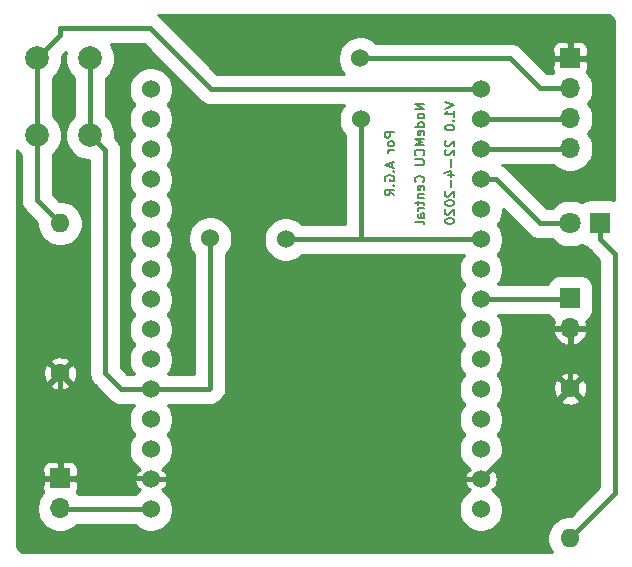
<source format=gbr>
G04 #@! TF.GenerationSoftware,KiCad,Pcbnew,5.1.5-52549c5~86~ubuntu18.04.1*
G04 #@! TF.CreationDate,2020-04-22T12:19:36+02:00*
G04 #@! TF.ProjectId,NODEMCU_PLACA_CENTRAL,4e4f4445-4d43-4555-9f50-4c4143415f43,rev?*
G04 #@! TF.SameCoordinates,Original*
G04 #@! TF.FileFunction,Copper,L2,Bot*
G04 #@! TF.FilePolarity,Positive*
%FSLAX46Y46*%
G04 Gerber Fmt 4.6, Leading zero omitted, Abs format (unit mm)*
G04 Created by KiCad (PCBNEW 5.1.5-52549c5~86~ubuntu18.04.1) date 2020-04-22 12:19:36*
%MOMM*%
%LPD*%
G04 APERTURE LIST*
%ADD10C,0.200000*%
%ADD11R,1.700000X1.700000*%
%ADD12O,1.700000X1.700000*%
%ADD13R,1.800000X1.800000*%
%ADD14C,1.800000*%
%ADD15O,1.600000X1.600000*%
%ADD16C,1.600000*%
%ADD17C,2.000000*%
%ADD18C,1.524000*%
%ADD19C,0.400000*%
%ADD20C,0.254000*%
G04 APERTURE END LIST*
D10*
X153231904Y-90069047D02*
X154031904Y-90335714D01*
X153231904Y-90602380D01*
X154031904Y-91288095D02*
X154031904Y-90830952D01*
X154031904Y-91059523D02*
X153231904Y-91059523D01*
X153346190Y-90983333D01*
X153422380Y-90907142D01*
X153460476Y-90830952D01*
X153955714Y-91630952D02*
X153993809Y-91669047D01*
X154031904Y-91630952D01*
X153993809Y-91592857D01*
X153955714Y-91630952D01*
X154031904Y-91630952D01*
X153231904Y-92164285D02*
X153231904Y-92240476D01*
X153270000Y-92316666D01*
X153308095Y-92354761D01*
X153384285Y-92392857D01*
X153536666Y-92430952D01*
X153727142Y-92430952D01*
X153879523Y-92392857D01*
X153955714Y-92354761D01*
X153993809Y-92316666D01*
X154031904Y-92240476D01*
X154031904Y-92164285D01*
X153993809Y-92088095D01*
X153955714Y-92050000D01*
X153879523Y-92011904D01*
X153727142Y-91973809D01*
X153536666Y-91973809D01*
X153384285Y-92011904D01*
X153308095Y-92050000D01*
X153270000Y-92088095D01*
X153231904Y-92164285D01*
X153308095Y-93345238D02*
X153270000Y-93383333D01*
X153231904Y-93459523D01*
X153231904Y-93650000D01*
X153270000Y-93726190D01*
X153308095Y-93764285D01*
X153384285Y-93802380D01*
X153460476Y-93802380D01*
X153574761Y-93764285D01*
X154031904Y-93307142D01*
X154031904Y-93802380D01*
X153308095Y-94107142D02*
X153270000Y-94145238D01*
X153231904Y-94221428D01*
X153231904Y-94411904D01*
X153270000Y-94488095D01*
X153308095Y-94526190D01*
X153384285Y-94564285D01*
X153460476Y-94564285D01*
X153574761Y-94526190D01*
X154031904Y-94069047D01*
X154031904Y-94564285D01*
X153727142Y-94907142D02*
X153727142Y-95516666D01*
X153498571Y-96240476D02*
X154031904Y-96240476D01*
X153193809Y-96050000D02*
X153765238Y-95859523D01*
X153765238Y-96354761D01*
X153727142Y-96659523D02*
X153727142Y-97269047D01*
X153308095Y-97611904D02*
X153270000Y-97650000D01*
X153231904Y-97726190D01*
X153231904Y-97916666D01*
X153270000Y-97992857D01*
X153308095Y-98030952D01*
X153384285Y-98069047D01*
X153460476Y-98069047D01*
X153574761Y-98030952D01*
X154031904Y-97573809D01*
X154031904Y-98069047D01*
X153231904Y-98564285D02*
X153231904Y-98640476D01*
X153270000Y-98716666D01*
X153308095Y-98754761D01*
X153384285Y-98792857D01*
X153536666Y-98830952D01*
X153727142Y-98830952D01*
X153879523Y-98792857D01*
X153955714Y-98754761D01*
X153993809Y-98716666D01*
X154031904Y-98640476D01*
X154031904Y-98564285D01*
X153993809Y-98488095D01*
X153955714Y-98450000D01*
X153879523Y-98411904D01*
X153727142Y-98373809D01*
X153536666Y-98373809D01*
X153384285Y-98411904D01*
X153308095Y-98450000D01*
X153270000Y-98488095D01*
X153231904Y-98564285D01*
X153308095Y-99135714D02*
X153270000Y-99173809D01*
X153231904Y-99250000D01*
X153231904Y-99440476D01*
X153270000Y-99516666D01*
X153308095Y-99554761D01*
X153384285Y-99592857D01*
X153460476Y-99592857D01*
X153574761Y-99554761D01*
X154031904Y-99097619D01*
X154031904Y-99592857D01*
X153231904Y-100088095D02*
X153231904Y-100164285D01*
X153270000Y-100240476D01*
X153308095Y-100278571D01*
X153384285Y-100316666D01*
X153536666Y-100354761D01*
X153727142Y-100354761D01*
X153879523Y-100316666D01*
X153955714Y-100278571D01*
X153993809Y-100240476D01*
X154031904Y-100164285D01*
X154031904Y-100088095D01*
X153993809Y-100011904D01*
X153955714Y-99973809D01*
X153879523Y-99935714D01*
X153727142Y-99897619D01*
X153536666Y-99897619D01*
X153384285Y-99935714D01*
X153308095Y-99973809D01*
X153270000Y-100011904D01*
X153231904Y-100088095D01*
X151491904Y-90221428D02*
X150691904Y-90221428D01*
X151491904Y-90678571D01*
X150691904Y-90678571D01*
X151491904Y-91173809D02*
X151453809Y-91097619D01*
X151415714Y-91059523D01*
X151339523Y-91021428D01*
X151110952Y-91021428D01*
X151034761Y-91059523D01*
X150996666Y-91097619D01*
X150958571Y-91173809D01*
X150958571Y-91288095D01*
X150996666Y-91364285D01*
X151034761Y-91402380D01*
X151110952Y-91440476D01*
X151339523Y-91440476D01*
X151415714Y-91402380D01*
X151453809Y-91364285D01*
X151491904Y-91288095D01*
X151491904Y-91173809D01*
X151491904Y-92126190D02*
X150691904Y-92126190D01*
X151453809Y-92126190D02*
X151491904Y-92050000D01*
X151491904Y-91897619D01*
X151453809Y-91821428D01*
X151415714Y-91783333D01*
X151339523Y-91745238D01*
X151110952Y-91745238D01*
X151034761Y-91783333D01*
X150996666Y-91821428D01*
X150958571Y-91897619D01*
X150958571Y-92050000D01*
X150996666Y-92126190D01*
X151453809Y-92811904D02*
X151491904Y-92735714D01*
X151491904Y-92583333D01*
X151453809Y-92507142D01*
X151377619Y-92469047D01*
X151072857Y-92469047D01*
X150996666Y-92507142D01*
X150958571Y-92583333D01*
X150958571Y-92735714D01*
X150996666Y-92811904D01*
X151072857Y-92850000D01*
X151149047Y-92850000D01*
X151225238Y-92469047D01*
X151491904Y-93192857D02*
X150691904Y-93192857D01*
X151263333Y-93459523D01*
X150691904Y-93726190D01*
X151491904Y-93726190D01*
X151415714Y-94564285D02*
X151453809Y-94526190D01*
X151491904Y-94411904D01*
X151491904Y-94335714D01*
X151453809Y-94221428D01*
X151377619Y-94145238D01*
X151301428Y-94107142D01*
X151149047Y-94069047D01*
X151034761Y-94069047D01*
X150882380Y-94107142D01*
X150806190Y-94145238D01*
X150730000Y-94221428D01*
X150691904Y-94335714D01*
X150691904Y-94411904D01*
X150730000Y-94526190D01*
X150768095Y-94564285D01*
X150691904Y-94907142D02*
X151339523Y-94907142D01*
X151415714Y-94945238D01*
X151453809Y-94983333D01*
X151491904Y-95059523D01*
X151491904Y-95211904D01*
X151453809Y-95288095D01*
X151415714Y-95326190D01*
X151339523Y-95364285D01*
X150691904Y-95364285D01*
X151415714Y-96811904D02*
X151453809Y-96773809D01*
X151491904Y-96659523D01*
X151491904Y-96583333D01*
X151453809Y-96469047D01*
X151377619Y-96392857D01*
X151301428Y-96354761D01*
X151149047Y-96316666D01*
X151034761Y-96316666D01*
X150882380Y-96354761D01*
X150806190Y-96392857D01*
X150730000Y-96469047D01*
X150691904Y-96583333D01*
X150691904Y-96659523D01*
X150730000Y-96773809D01*
X150768095Y-96811904D01*
X151453809Y-97459523D02*
X151491904Y-97383333D01*
X151491904Y-97230952D01*
X151453809Y-97154761D01*
X151377619Y-97116666D01*
X151072857Y-97116666D01*
X150996666Y-97154761D01*
X150958571Y-97230952D01*
X150958571Y-97383333D01*
X150996666Y-97459523D01*
X151072857Y-97497619D01*
X151149047Y-97497619D01*
X151225238Y-97116666D01*
X150958571Y-97840476D02*
X151491904Y-97840476D01*
X151034761Y-97840476D02*
X150996666Y-97878571D01*
X150958571Y-97954761D01*
X150958571Y-98069047D01*
X150996666Y-98145238D01*
X151072857Y-98183333D01*
X151491904Y-98183333D01*
X150958571Y-98450000D02*
X150958571Y-98754761D01*
X150691904Y-98564285D02*
X151377619Y-98564285D01*
X151453809Y-98602380D01*
X151491904Y-98678571D01*
X151491904Y-98754761D01*
X151491904Y-99021428D02*
X150958571Y-99021428D01*
X151110952Y-99021428D02*
X151034761Y-99059523D01*
X150996666Y-99097619D01*
X150958571Y-99173809D01*
X150958571Y-99250000D01*
X151491904Y-99859523D02*
X151072857Y-99859523D01*
X150996666Y-99821428D01*
X150958571Y-99745238D01*
X150958571Y-99592857D01*
X150996666Y-99516666D01*
X151453809Y-99859523D02*
X151491904Y-99783333D01*
X151491904Y-99592857D01*
X151453809Y-99516666D01*
X151377619Y-99478571D01*
X151301428Y-99478571D01*
X151225238Y-99516666D01*
X151187142Y-99592857D01*
X151187142Y-99783333D01*
X151149047Y-99859523D01*
X151491904Y-100354761D02*
X151453809Y-100278571D01*
X151377619Y-100240476D01*
X150691904Y-100240476D01*
X148951904Y-92602380D02*
X148151904Y-92602380D01*
X148151904Y-92907142D01*
X148190000Y-92983333D01*
X148228095Y-93021428D01*
X148304285Y-93059523D01*
X148418571Y-93059523D01*
X148494761Y-93021428D01*
X148532857Y-92983333D01*
X148570952Y-92907142D01*
X148570952Y-92602380D01*
X148951904Y-93516666D02*
X148913809Y-93440476D01*
X148875714Y-93402380D01*
X148799523Y-93364285D01*
X148570952Y-93364285D01*
X148494761Y-93402380D01*
X148456666Y-93440476D01*
X148418571Y-93516666D01*
X148418571Y-93630952D01*
X148456666Y-93707142D01*
X148494761Y-93745238D01*
X148570952Y-93783333D01*
X148799523Y-93783333D01*
X148875714Y-93745238D01*
X148913809Y-93707142D01*
X148951904Y-93630952D01*
X148951904Y-93516666D01*
X148951904Y-94126190D02*
X148418571Y-94126190D01*
X148570952Y-94126190D02*
X148494761Y-94164285D01*
X148456666Y-94202380D01*
X148418571Y-94278571D01*
X148418571Y-94354761D01*
X148723333Y-95192857D02*
X148723333Y-95573809D01*
X148951904Y-95116666D02*
X148151904Y-95383333D01*
X148951904Y-95650000D01*
X148875714Y-95916666D02*
X148913809Y-95954761D01*
X148951904Y-95916666D01*
X148913809Y-95878571D01*
X148875714Y-95916666D01*
X148951904Y-95916666D01*
X148190000Y-96716666D02*
X148151904Y-96640476D01*
X148151904Y-96526190D01*
X148190000Y-96411904D01*
X148266190Y-96335714D01*
X148342380Y-96297619D01*
X148494761Y-96259523D01*
X148609047Y-96259523D01*
X148761428Y-96297619D01*
X148837619Y-96335714D01*
X148913809Y-96411904D01*
X148951904Y-96526190D01*
X148951904Y-96602380D01*
X148913809Y-96716666D01*
X148875714Y-96754761D01*
X148609047Y-96754761D01*
X148609047Y-96602380D01*
X148875714Y-97097619D02*
X148913809Y-97135714D01*
X148951904Y-97097619D01*
X148913809Y-97059523D01*
X148875714Y-97097619D01*
X148951904Y-97097619D01*
X148951904Y-97935714D02*
X148570952Y-97669047D01*
X148951904Y-97478571D02*
X148151904Y-97478571D01*
X148151904Y-97783333D01*
X148190000Y-97859523D01*
X148228095Y-97897619D01*
X148304285Y-97935714D01*
X148418571Y-97935714D01*
X148494761Y-97897619D01*
X148532857Y-97859523D01*
X148570952Y-97783333D01*
X148570952Y-97478571D01*
D11*
X163830000Y-106680000D03*
D12*
X163830000Y-109220000D03*
D13*
X166370000Y-100330000D03*
D14*
X163830000Y-100330000D03*
D12*
X120650000Y-124460000D03*
D11*
X120650000Y-121920000D03*
X163830000Y-86360000D03*
D12*
X163830000Y-88900000D03*
X163830000Y-91440000D03*
X163830000Y-93980000D03*
D15*
X163830000Y-127000000D03*
D16*
X163830000Y-114300000D03*
X120650000Y-113030000D03*
D15*
X120650000Y-100330000D03*
D17*
X118690000Y-86360000D03*
X123190000Y-86360000D03*
X118690000Y-92860000D03*
X123190000Y-92860000D03*
D18*
X128345001Y-88975001D03*
X128345001Y-91515001D03*
X128345001Y-94055001D03*
X128345001Y-96595001D03*
X128345001Y-99135001D03*
X128345001Y-101675001D03*
X128345001Y-104215001D03*
X128345001Y-106755001D03*
X128345001Y-109295001D03*
X128345001Y-111835001D03*
X128345001Y-114375001D03*
X128345001Y-116915001D03*
X128345001Y-119455001D03*
X128345001Y-121995001D03*
X128345001Y-124535001D03*
X156285001Y-124535001D03*
X156285001Y-121995001D03*
X156285001Y-119455001D03*
X156285001Y-116915001D03*
X156285001Y-114375001D03*
X156285001Y-111835001D03*
X156285001Y-109295001D03*
X156285001Y-106755001D03*
X156285001Y-104215001D03*
X156285001Y-101675001D03*
X156285001Y-99135001D03*
X156285001Y-96595001D03*
X156285001Y-94055001D03*
X156285001Y-91515001D03*
X156285001Y-88975001D03*
X135890000Y-86360000D03*
X135814999Y-91515001D03*
X133350000Y-101600000D03*
X139775001Y-101675001D03*
X146125001Y-91515001D03*
X146050000Y-86360000D03*
D19*
X163754999Y-106755001D02*
X163830000Y-106680000D01*
X156285001Y-106755001D02*
X163754999Y-106755001D01*
X120650000Y-113030000D02*
X120650000Y-121920000D01*
X128270000Y-121920000D02*
X128345001Y-121995001D01*
X120650000Y-121920000D02*
X128270000Y-121920000D01*
X163830000Y-114450002D02*
X163830000Y-114300000D01*
X156285001Y-121995001D02*
X163830000Y-114450002D01*
X163830000Y-109220000D02*
X163830000Y-114300000D01*
X163830000Y-86360000D02*
X163830000Y-83820000D01*
X163830000Y-83820000D02*
X135890000Y-83820000D01*
X135890000Y-83820000D02*
X135890000Y-86360000D01*
X135890000Y-86360000D02*
X135890000Y-86360000D01*
X135814999Y-121995001D02*
X135814999Y-91515001D01*
X135814999Y-121995001D02*
X156285001Y-121995001D01*
X128345001Y-121995001D02*
X135814999Y-121995001D01*
X135814999Y-91515001D02*
X135814999Y-91515001D01*
X166370000Y-101630000D02*
X167640000Y-102900000D01*
X166370000Y-100330000D02*
X166370000Y-101630000D01*
X167640000Y-123190000D02*
X163830000Y-127000000D01*
X167640000Y-102900000D02*
X167640000Y-123190000D01*
X156285001Y-96595001D02*
X157555001Y-96595001D01*
X161290000Y-100330000D02*
X163830000Y-100330000D01*
X157555001Y-96595001D02*
X161290000Y-100330000D01*
X120725001Y-124535001D02*
X120650000Y-124460000D01*
X128345001Y-124535001D02*
X120725001Y-124535001D01*
X128345001Y-114375001D02*
X125805001Y-114375001D01*
X125805001Y-114375001D02*
X124460000Y-113030000D01*
X124460000Y-94130000D02*
X123190000Y-92860000D01*
X124460000Y-113030000D02*
X124460000Y-94130000D01*
X123190000Y-86360000D02*
X123190000Y-92860000D01*
X128345001Y-114375001D02*
X133274999Y-114375001D01*
X133274999Y-114375001D02*
X133350000Y-114300000D01*
X133350000Y-114300000D02*
X133350000Y-101600000D01*
X133350000Y-101600000D02*
X133350000Y-101600000D01*
X139775001Y-101675001D02*
X139775001Y-101675001D01*
X146125001Y-101675001D02*
X146125001Y-91515001D01*
X146125001Y-101675001D02*
X139775001Y-101675001D01*
X156285001Y-101675001D02*
X146125001Y-101675001D01*
X146125001Y-91515001D02*
X146125001Y-91515001D01*
X163830000Y-88900000D02*
X161290000Y-88900000D01*
X161290000Y-88900000D02*
X158750000Y-86360000D01*
X158750000Y-86360000D02*
X146050000Y-86360000D01*
X146050000Y-86360000D02*
X146050000Y-86360000D01*
X163754999Y-91515001D02*
X163830000Y-91440000D01*
X156285001Y-91515001D02*
X163754999Y-91515001D01*
X163754999Y-94055001D02*
X163830000Y-93980000D01*
X156285001Y-94055001D02*
X163754999Y-94055001D01*
X120650000Y-83820000D02*
X120650000Y-84400000D01*
X128270000Y-83820000D02*
X120650000Y-83820000D01*
X156285001Y-88975001D02*
X133425001Y-88975001D01*
X120650000Y-84400000D02*
X118690000Y-86360000D01*
X133425001Y-88975001D02*
X128270000Y-83820000D01*
X118690000Y-86360000D02*
X118690000Y-92860000D01*
X118690000Y-98370000D02*
X120650000Y-100330000D01*
X118690000Y-92860000D02*
X118690000Y-98370000D01*
D20*
G36*
X132440580Y-89867241D02*
G01*
X132482131Y-89917871D01*
X132532761Y-89959422D01*
X132532762Y-89959423D01*
X132684191Y-90083698D01*
X132684193Y-90083699D01*
X132914723Y-90206920D01*
X133164864Y-90282800D01*
X133359817Y-90302001D01*
X133359826Y-90302001D01*
X133425000Y-90308420D01*
X133490174Y-90302001D01*
X144666552Y-90302001D01*
X144657719Y-90310834D01*
X144450991Y-90620224D01*
X144308594Y-90964000D01*
X144236001Y-91328951D01*
X144236001Y-91701051D01*
X144308594Y-92066002D01*
X144450991Y-92409778D01*
X144657719Y-92719168D01*
X144798002Y-92859451D01*
X144798001Y-100348001D01*
X141119450Y-100348001D01*
X140979168Y-100207719D01*
X140669778Y-100000991D01*
X140326002Y-99858594D01*
X139961051Y-99786001D01*
X139588951Y-99786001D01*
X139224000Y-99858594D01*
X138880224Y-100000991D01*
X138570834Y-100207719D01*
X138307719Y-100470834D01*
X138100991Y-100780224D01*
X137958594Y-101124000D01*
X137886001Y-101488951D01*
X137886001Y-101861051D01*
X137958594Y-102226002D01*
X138100991Y-102569778D01*
X138307719Y-102879168D01*
X138570834Y-103142283D01*
X138880224Y-103349011D01*
X139224000Y-103491408D01*
X139588951Y-103564001D01*
X139961051Y-103564001D01*
X140326002Y-103491408D01*
X140669778Y-103349011D01*
X140979168Y-103142283D01*
X141119450Y-103002001D01*
X146059817Y-103002001D01*
X146125001Y-103008421D01*
X146190185Y-103002001D01*
X154826552Y-103002001D01*
X154817719Y-103010834D01*
X154610991Y-103320224D01*
X154468594Y-103664000D01*
X154396001Y-104028951D01*
X154396001Y-104401051D01*
X154468594Y-104766002D01*
X154610991Y-105109778D01*
X154817719Y-105419168D01*
X154883552Y-105485001D01*
X154817719Y-105550834D01*
X154610991Y-105860224D01*
X154468594Y-106204000D01*
X154396001Y-106568951D01*
X154396001Y-106941051D01*
X154468594Y-107306002D01*
X154610991Y-107649778D01*
X154817719Y-107959168D01*
X154883552Y-108025001D01*
X154817719Y-108090834D01*
X154610991Y-108400224D01*
X154468594Y-108744000D01*
X154396001Y-109108951D01*
X154396001Y-109481051D01*
X154468594Y-109846002D01*
X154610991Y-110189778D01*
X154817719Y-110499168D01*
X154883552Y-110565001D01*
X154817719Y-110630834D01*
X154610991Y-110940224D01*
X154468594Y-111284000D01*
X154396001Y-111648951D01*
X154396001Y-112021051D01*
X154468594Y-112386002D01*
X154610991Y-112729778D01*
X154817719Y-113039168D01*
X154883552Y-113105001D01*
X154817719Y-113170834D01*
X154610991Y-113480224D01*
X154468594Y-113824000D01*
X154396001Y-114188951D01*
X154396001Y-114561051D01*
X154468594Y-114926002D01*
X154610991Y-115269778D01*
X154817719Y-115579168D01*
X154883552Y-115645001D01*
X154817719Y-115710834D01*
X154610991Y-116020224D01*
X154468594Y-116364000D01*
X154396001Y-116728951D01*
X154396001Y-117101051D01*
X154468594Y-117466002D01*
X154610991Y-117809778D01*
X154817719Y-118119168D01*
X154883552Y-118185001D01*
X154817719Y-118250834D01*
X154610991Y-118560224D01*
X154468594Y-118904000D01*
X154396001Y-119268951D01*
X154396001Y-119641051D01*
X154468594Y-120006002D01*
X154610991Y-120349778D01*
X154817719Y-120659168D01*
X155080834Y-120922283D01*
X155256198Y-121039458D01*
X155203024Y-121092632D01*
X155319434Y-121209042D01*
X155079345Y-121276021D01*
X154962245Y-121525049D01*
X154895978Y-121792136D01*
X154883091Y-122067018D01*
X154924079Y-122339134D01*
X155017365Y-122598024D01*
X155079345Y-122713981D01*
X155319434Y-122780960D01*
X155203024Y-122897370D01*
X155256198Y-122950544D01*
X155080834Y-123067719D01*
X154817719Y-123330834D01*
X154610991Y-123640224D01*
X154468594Y-123984000D01*
X154396001Y-124348951D01*
X154396001Y-124721051D01*
X154468594Y-125086002D01*
X154610991Y-125429778D01*
X154817719Y-125739168D01*
X155080834Y-126002283D01*
X155390224Y-126209011D01*
X155734000Y-126351408D01*
X156098951Y-126424001D01*
X156471051Y-126424001D01*
X156836002Y-126351408D01*
X157179778Y-126209011D01*
X157489168Y-126002283D01*
X157752283Y-125739168D01*
X157959011Y-125429778D01*
X158101408Y-125086002D01*
X158174001Y-124721051D01*
X158174001Y-124348951D01*
X158101408Y-123984000D01*
X157959011Y-123640224D01*
X157752283Y-123330834D01*
X157489168Y-123067719D01*
X157313804Y-122950544D01*
X157366978Y-122897370D01*
X157250568Y-122780960D01*
X157490657Y-122713981D01*
X157607757Y-122464953D01*
X157674024Y-122197866D01*
X157686911Y-121922984D01*
X157645923Y-121650868D01*
X157552637Y-121391978D01*
X157490657Y-121276021D01*
X157250568Y-121209042D01*
X157366978Y-121092632D01*
X157313804Y-121039458D01*
X157489168Y-120922283D01*
X157752283Y-120659168D01*
X157959011Y-120349778D01*
X158101408Y-120006002D01*
X158174001Y-119641051D01*
X158174001Y-119268951D01*
X158101408Y-118904000D01*
X157959011Y-118560224D01*
X157752283Y-118250834D01*
X157686450Y-118185001D01*
X157752283Y-118119168D01*
X157959011Y-117809778D01*
X158101408Y-117466002D01*
X158174001Y-117101051D01*
X158174001Y-116728951D01*
X158101408Y-116364000D01*
X157959011Y-116020224D01*
X157752283Y-115710834D01*
X157686450Y-115645001D01*
X157752283Y-115579168D01*
X157943693Y-115292702D01*
X163016903Y-115292702D01*
X163088486Y-115536671D01*
X163343996Y-115657571D01*
X163618184Y-115726300D01*
X163900512Y-115740217D01*
X164180130Y-115698787D01*
X164446292Y-115603603D01*
X164571514Y-115536671D01*
X164643097Y-115292702D01*
X163830000Y-114479605D01*
X163016903Y-115292702D01*
X157943693Y-115292702D01*
X157959011Y-115269778D01*
X158101408Y-114926002D01*
X158174001Y-114561051D01*
X158174001Y-114370512D01*
X162389783Y-114370512D01*
X162431213Y-114650130D01*
X162526397Y-114916292D01*
X162593329Y-115041514D01*
X162837298Y-115113097D01*
X163650395Y-114300000D01*
X164009605Y-114300000D01*
X164822702Y-115113097D01*
X165066671Y-115041514D01*
X165187571Y-114786004D01*
X165256300Y-114511816D01*
X165270217Y-114229488D01*
X165228787Y-113949870D01*
X165133603Y-113683708D01*
X165066671Y-113558486D01*
X164822702Y-113486903D01*
X164009605Y-114300000D01*
X163650395Y-114300000D01*
X162837298Y-113486903D01*
X162593329Y-113558486D01*
X162472429Y-113813996D01*
X162403700Y-114088184D01*
X162389783Y-114370512D01*
X158174001Y-114370512D01*
X158174001Y-114188951D01*
X158101408Y-113824000D01*
X157959011Y-113480224D01*
X157843466Y-113307298D01*
X163016903Y-113307298D01*
X163830000Y-114120395D01*
X164643097Y-113307298D01*
X164571514Y-113063329D01*
X164316004Y-112942429D01*
X164041816Y-112873700D01*
X163759488Y-112859783D01*
X163479870Y-112901213D01*
X163213708Y-112996397D01*
X163088486Y-113063329D01*
X163016903Y-113307298D01*
X157843466Y-113307298D01*
X157752283Y-113170834D01*
X157686450Y-113105001D01*
X157752283Y-113039168D01*
X157959011Y-112729778D01*
X158101408Y-112386002D01*
X158174001Y-112021051D01*
X158174001Y-111648951D01*
X158101408Y-111284000D01*
X157959011Y-110940224D01*
X157752283Y-110630834D01*
X157686450Y-110565001D01*
X157752283Y-110499168D01*
X157959011Y-110189778D01*
X158101408Y-109846002D01*
X158154937Y-109576890D01*
X162388524Y-109576890D01*
X162433175Y-109724099D01*
X162558359Y-109986920D01*
X162732412Y-110220269D01*
X162948645Y-110415178D01*
X163198748Y-110564157D01*
X163473109Y-110661481D01*
X163703000Y-110540814D01*
X163703000Y-109347000D01*
X163957000Y-109347000D01*
X163957000Y-110540814D01*
X164186891Y-110661481D01*
X164461252Y-110564157D01*
X164711355Y-110415178D01*
X164927588Y-110220269D01*
X165101641Y-109986920D01*
X165226825Y-109724099D01*
X165271476Y-109576890D01*
X165150155Y-109347000D01*
X163957000Y-109347000D01*
X163703000Y-109347000D01*
X162509845Y-109347000D01*
X162388524Y-109576890D01*
X158154937Y-109576890D01*
X158174001Y-109481051D01*
X158174001Y-109108951D01*
X158101408Y-108744000D01*
X157959011Y-108400224D01*
X157752283Y-108090834D01*
X157743450Y-108082001D01*
X161997159Y-108082001D01*
X162038400Y-108159157D01*
X162179235Y-108330765D01*
X162350843Y-108471600D01*
X162509217Y-108556253D01*
X162433175Y-108715901D01*
X162388524Y-108863110D01*
X162509845Y-109093000D01*
X163703000Y-109093000D01*
X163703000Y-109073000D01*
X163957000Y-109073000D01*
X163957000Y-109093000D01*
X165150155Y-109093000D01*
X165271476Y-108863110D01*
X165226825Y-108715901D01*
X165150783Y-108556253D01*
X165309157Y-108471600D01*
X165480765Y-108330765D01*
X165621600Y-108159157D01*
X165726250Y-107963371D01*
X165790693Y-107750931D01*
X165812453Y-107530000D01*
X165812453Y-105830000D01*
X165790693Y-105609069D01*
X165726250Y-105396629D01*
X165621600Y-105200843D01*
X165480765Y-105029235D01*
X165309157Y-104888400D01*
X165113371Y-104783750D01*
X164900931Y-104719307D01*
X164680000Y-104697547D01*
X162980000Y-104697547D01*
X162759069Y-104719307D01*
X162546629Y-104783750D01*
X162350843Y-104888400D01*
X162179235Y-105029235D01*
X162038400Y-105200843D01*
X161933750Y-105396629D01*
X161924233Y-105428001D01*
X157743450Y-105428001D01*
X157752283Y-105419168D01*
X157959011Y-105109778D01*
X158101408Y-104766002D01*
X158174001Y-104401051D01*
X158174001Y-104028951D01*
X158101408Y-103664000D01*
X157959011Y-103320224D01*
X157752283Y-103010834D01*
X157686450Y-102945001D01*
X157752283Y-102879168D01*
X157959011Y-102569778D01*
X158101408Y-102226002D01*
X158174001Y-101861051D01*
X158174001Y-101488951D01*
X158101408Y-101124000D01*
X157959011Y-100780224D01*
X157752283Y-100470834D01*
X157686450Y-100405001D01*
X157752283Y-100339168D01*
X157959011Y-100029778D01*
X158101408Y-99686002D01*
X158174001Y-99321051D01*
X158174001Y-99090661D01*
X160305579Y-101222240D01*
X160347130Y-101272870D01*
X160397760Y-101314421D01*
X160397761Y-101314422D01*
X160549190Y-101438698D01*
X160773122Y-101558391D01*
X160779722Y-101561919D01*
X161029863Y-101637799D01*
X161224816Y-101657000D01*
X161224825Y-101657000D01*
X161289999Y-101663419D01*
X161355173Y-101657000D01*
X162290389Y-101657000D01*
X162537863Y-101904474D01*
X162869855Y-102126304D01*
X163238746Y-102279104D01*
X163630358Y-102357000D01*
X164029642Y-102357000D01*
X164421254Y-102279104D01*
X164787158Y-102127541D01*
X164840843Y-102171600D01*
X165036629Y-102276250D01*
X165244458Y-102339294D01*
X165261302Y-102370808D01*
X165385578Y-102522238D01*
X165427131Y-102572870D01*
X165477760Y-102614421D01*
X166313000Y-103449661D01*
X166313001Y-122640338D01*
X163880340Y-125073000D01*
X163640207Y-125073000D01*
X163267915Y-125147053D01*
X162917223Y-125292315D01*
X162601609Y-125503201D01*
X162333201Y-125771609D01*
X162122315Y-126087223D01*
X161977053Y-126437915D01*
X161903000Y-126810207D01*
X161903000Y-127189793D01*
X161977053Y-127562085D01*
X162122315Y-127912777D01*
X162276145Y-128143000D01*
X117392606Y-128143000D01*
X116967000Y-127717394D01*
X116967000Y-121070000D01*
X119161928Y-121070000D01*
X119165000Y-121634250D01*
X119323750Y-121793000D01*
X120523000Y-121793000D01*
X120523000Y-120593750D01*
X120777000Y-120593750D01*
X120777000Y-121793000D01*
X121976250Y-121793000D01*
X122135000Y-121634250D01*
X122138072Y-121070000D01*
X122125812Y-120945518D01*
X122089502Y-120825820D01*
X122030537Y-120715506D01*
X121951185Y-120618815D01*
X121854494Y-120539463D01*
X121744180Y-120480498D01*
X121624482Y-120444188D01*
X121500000Y-120431928D01*
X120935750Y-120435000D01*
X120777000Y-120593750D01*
X120523000Y-120593750D01*
X120364250Y-120435000D01*
X119800000Y-120431928D01*
X119675518Y-120444188D01*
X119555820Y-120480498D01*
X119445506Y-120539463D01*
X119348815Y-120618815D01*
X119269463Y-120715506D01*
X119210498Y-120825820D01*
X119174188Y-120945518D01*
X119161928Y-121070000D01*
X116967000Y-121070000D01*
X116967000Y-114022702D01*
X119836903Y-114022702D01*
X119908486Y-114266671D01*
X120163996Y-114387571D01*
X120438184Y-114456300D01*
X120720512Y-114470217D01*
X121000130Y-114428787D01*
X121266292Y-114333603D01*
X121391514Y-114266671D01*
X121463097Y-114022702D01*
X120650000Y-113209605D01*
X119836903Y-114022702D01*
X116967000Y-114022702D01*
X116967000Y-113100512D01*
X119209783Y-113100512D01*
X119251213Y-113380130D01*
X119346397Y-113646292D01*
X119413329Y-113771514D01*
X119657298Y-113843097D01*
X120470395Y-113030000D01*
X120829605Y-113030000D01*
X121642702Y-113843097D01*
X121886671Y-113771514D01*
X122007571Y-113516004D01*
X122076300Y-113241816D01*
X122090217Y-112959488D01*
X122048787Y-112679870D01*
X121953603Y-112413708D01*
X121886671Y-112288486D01*
X121642702Y-112216903D01*
X120829605Y-113030000D01*
X120470395Y-113030000D01*
X119657298Y-112216903D01*
X119413329Y-112288486D01*
X119292429Y-112543996D01*
X119223700Y-112818184D01*
X119209783Y-113100512D01*
X116967000Y-113100512D01*
X116967000Y-112037298D01*
X119836903Y-112037298D01*
X120650000Y-112850395D01*
X121463097Y-112037298D01*
X121391514Y-111793329D01*
X121136004Y-111672429D01*
X120861816Y-111603700D01*
X120579488Y-111589783D01*
X120299870Y-111631213D01*
X120033708Y-111726397D01*
X119908486Y-111793329D01*
X119836903Y-112037298D01*
X116967000Y-112037298D01*
X116967000Y-94109848D01*
X117037851Y-94215884D01*
X117334116Y-94512149D01*
X117363000Y-94531449D01*
X117363001Y-98304816D01*
X117356581Y-98370000D01*
X117382202Y-98630137D01*
X117458081Y-98880277D01*
X117581302Y-99110808D01*
X117671983Y-99221302D01*
X117747131Y-99312870D01*
X117797760Y-99354420D01*
X118723000Y-100279661D01*
X118723000Y-100519793D01*
X118797053Y-100892085D01*
X118942315Y-101242777D01*
X119153201Y-101558391D01*
X119421609Y-101826799D01*
X119737223Y-102037685D01*
X120087915Y-102182947D01*
X120460207Y-102257000D01*
X120839793Y-102257000D01*
X121212085Y-102182947D01*
X121562777Y-102037685D01*
X121878391Y-101826799D01*
X122146799Y-101558391D01*
X122357685Y-101242777D01*
X122502947Y-100892085D01*
X122577000Y-100519793D01*
X122577000Y-100140207D01*
X122502947Y-99767915D01*
X122357685Y-99417223D01*
X122146799Y-99101609D01*
X121878391Y-98833201D01*
X121562777Y-98622315D01*
X121212085Y-98477053D01*
X120839793Y-98403000D01*
X120599661Y-98403000D01*
X120017000Y-97820340D01*
X120017000Y-94531449D01*
X120045884Y-94512149D01*
X120342149Y-94215884D01*
X120574923Y-93867512D01*
X120735261Y-93480423D01*
X120817000Y-93069491D01*
X120817000Y-92650509D01*
X120735261Y-92239577D01*
X120574923Y-91852488D01*
X120342149Y-91504116D01*
X120045884Y-91207851D01*
X120017000Y-91188551D01*
X120017000Y-88031449D01*
X120045884Y-88012149D01*
X120342149Y-87715884D01*
X120574923Y-87367512D01*
X120735261Y-86980423D01*
X120817000Y-86569491D01*
X120817000Y-86150509D01*
X120810223Y-86116438D01*
X121134225Y-85792437D01*
X121063000Y-86150509D01*
X121063000Y-86569491D01*
X121144739Y-86980423D01*
X121305077Y-87367512D01*
X121537851Y-87715884D01*
X121834116Y-88012149D01*
X121863000Y-88031449D01*
X121863001Y-91188551D01*
X121834116Y-91207851D01*
X121537851Y-91504116D01*
X121305077Y-91852488D01*
X121144739Y-92239577D01*
X121063000Y-92650509D01*
X121063000Y-93069491D01*
X121144739Y-93480423D01*
X121305077Y-93867512D01*
X121537851Y-94215884D01*
X121834116Y-94512149D01*
X122182488Y-94744923D01*
X122569577Y-94905261D01*
X122980509Y-94987000D01*
X123133001Y-94987000D01*
X123133000Y-112964826D01*
X123126581Y-113030000D01*
X123133000Y-113095174D01*
X123133000Y-113095183D01*
X123152201Y-113290136D01*
X123220718Y-113516004D01*
X123228081Y-113540277D01*
X123351302Y-113770808D01*
X123428376Y-113864723D01*
X123517130Y-113972870D01*
X123567765Y-114014425D01*
X124820580Y-115267241D01*
X124862131Y-115317871D01*
X124912761Y-115359422D01*
X124912762Y-115359423D01*
X125064192Y-115483699D01*
X125288517Y-115603603D01*
X125294723Y-115606920D01*
X125544864Y-115682800D01*
X125739817Y-115702001D01*
X125739827Y-115702001D01*
X125805001Y-115708420D01*
X125870175Y-115702001D01*
X126886552Y-115702001D01*
X126877719Y-115710834D01*
X126670991Y-116020224D01*
X126528594Y-116364000D01*
X126456001Y-116728951D01*
X126456001Y-117101051D01*
X126528594Y-117466002D01*
X126670991Y-117809778D01*
X126877719Y-118119168D01*
X126943552Y-118185001D01*
X126877719Y-118250834D01*
X126670991Y-118560224D01*
X126528594Y-118904000D01*
X126456001Y-119268951D01*
X126456001Y-119641051D01*
X126528594Y-120006002D01*
X126670991Y-120349778D01*
X126877719Y-120659168D01*
X127140834Y-120922283D01*
X127316198Y-121039458D01*
X127263024Y-121092632D01*
X127379434Y-121209042D01*
X127139345Y-121276021D01*
X127022245Y-121525049D01*
X126955978Y-121792136D01*
X126943091Y-122067018D01*
X126984079Y-122339134D01*
X127077365Y-122598024D01*
X127139345Y-122713981D01*
X127379434Y-122780960D01*
X127263024Y-122897370D01*
X127316198Y-122950544D01*
X127140834Y-123067719D01*
X127000552Y-123208001D01*
X122191159Y-123208001D01*
X122185636Y-123199736D01*
X122058354Y-123072454D01*
X122089502Y-123014180D01*
X122125812Y-122894482D01*
X122138072Y-122770000D01*
X122135000Y-122205750D01*
X121976250Y-122047000D01*
X120777000Y-122047000D01*
X120777000Y-122067000D01*
X120523000Y-122067000D01*
X120523000Y-122047000D01*
X119323750Y-122047000D01*
X119165000Y-122205750D01*
X119161928Y-122770000D01*
X119174188Y-122894482D01*
X119210498Y-123014180D01*
X119241646Y-123072454D01*
X119114364Y-123199736D01*
X118898005Y-123523539D01*
X118748975Y-123883330D01*
X118673000Y-124265282D01*
X118673000Y-124654718D01*
X118748975Y-125036670D01*
X118898005Y-125396461D01*
X119114364Y-125720264D01*
X119389736Y-125995636D01*
X119713539Y-126211995D01*
X120073330Y-126361025D01*
X120455282Y-126437000D01*
X120844718Y-126437000D01*
X121226670Y-126361025D01*
X121586461Y-126211995D01*
X121910264Y-125995636D01*
X122043899Y-125862001D01*
X127000552Y-125862001D01*
X127140834Y-126002283D01*
X127450224Y-126209011D01*
X127794000Y-126351408D01*
X128158951Y-126424001D01*
X128531051Y-126424001D01*
X128896002Y-126351408D01*
X129239778Y-126209011D01*
X129549168Y-126002283D01*
X129812283Y-125739168D01*
X130019011Y-125429778D01*
X130161408Y-125086002D01*
X130234001Y-124721051D01*
X130234001Y-124348951D01*
X130161408Y-123984000D01*
X130019011Y-123640224D01*
X129812283Y-123330834D01*
X129549168Y-123067719D01*
X129373804Y-122950544D01*
X129426978Y-122897370D01*
X129310568Y-122780960D01*
X129550657Y-122713981D01*
X129667757Y-122464953D01*
X129734024Y-122197866D01*
X129746911Y-121922984D01*
X129705923Y-121650868D01*
X129612637Y-121391978D01*
X129550657Y-121276021D01*
X129310568Y-121209042D01*
X129426978Y-121092632D01*
X129373804Y-121039458D01*
X129549168Y-120922283D01*
X129812283Y-120659168D01*
X130019011Y-120349778D01*
X130161408Y-120006002D01*
X130234001Y-119641051D01*
X130234001Y-119268951D01*
X130161408Y-118904000D01*
X130019011Y-118560224D01*
X129812283Y-118250834D01*
X129746450Y-118185001D01*
X129812283Y-118119168D01*
X130019011Y-117809778D01*
X130161408Y-117466002D01*
X130234001Y-117101051D01*
X130234001Y-116728951D01*
X130161408Y-116364000D01*
X130019011Y-116020224D01*
X129812283Y-115710834D01*
X129803450Y-115702001D01*
X133209825Y-115702001D01*
X133274999Y-115708420D01*
X133340173Y-115702001D01*
X133340183Y-115702001D01*
X133535136Y-115682800D01*
X133785277Y-115606920D01*
X134015807Y-115483699D01*
X134217869Y-115317871D01*
X134251676Y-115276677D01*
X134292870Y-115242870D01*
X134458698Y-115040808D01*
X134581919Y-114810278D01*
X134657799Y-114560137D01*
X134677000Y-114365184D01*
X134677000Y-114365172D01*
X134683419Y-114300001D01*
X134677000Y-114234829D01*
X134677000Y-102944449D01*
X134817282Y-102804167D01*
X135024010Y-102494777D01*
X135166407Y-102151001D01*
X135239000Y-101786050D01*
X135239000Y-101413950D01*
X135166407Y-101048999D01*
X135024010Y-100705223D01*
X134817282Y-100395833D01*
X134554167Y-100132718D01*
X134244777Y-99925990D01*
X133901001Y-99783593D01*
X133536050Y-99711000D01*
X133163950Y-99711000D01*
X132798999Y-99783593D01*
X132455223Y-99925990D01*
X132145833Y-100132718D01*
X131882718Y-100395833D01*
X131675990Y-100705223D01*
X131533593Y-101048999D01*
X131461000Y-101413950D01*
X131461000Y-101786050D01*
X131533593Y-102151001D01*
X131675990Y-102494777D01*
X131882718Y-102804167D01*
X132023001Y-102944450D01*
X132023000Y-113048001D01*
X129803450Y-113048001D01*
X129812283Y-113039168D01*
X130019011Y-112729778D01*
X130161408Y-112386002D01*
X130234001Y-112021051D01*
X130234001Y-111648951D01*
X130161408Y-111284000D01*
X130019011Y-110940224D01*
X129812283Y-110630834D01*
X129746450Y-110565001D01*
X129812283Y-110499168D01*
X130019011Y-110189778D01*
X130161408Y-109846002D01*
X130234001Y-109481051D01*
X130234001Y-109108951D01*
X130161408Y-108744000D01*
X130019011Y-108400224D01*
X129812283Y-108090834D01*
X129746450Y-108025001D01*
X129812283Y-107959168D01*
X130019011Y-107649778D01*
X130161408Y-107306002D01*
X130234001Y-106941051D01*
X130234001Y-106568951D01*
X130161408Y-106204000D01*
X130019011Y-105860224D01*
X129812283Y-105550834D01*
X129746450Y-105485001D01*
X129812283Y-105419168D01*
X130019011Y-105109778D01*
X130161408Y-104766002D01*
X130234001Y-104401051D01*
X130234001Y-104028951D01*
X130161408Y-103664000D01*
X130019011Y-103320224D01*
X129812283Y-103010834D01*
X129746450Y-102945001D01*
X129812283Y-102879168D01*
X130019011Y-102569778D01*
X130161408Y-102226002D01*
X130234001Y-101861051D01*
X130234001Y-101488951D01*
X130161408Y-101124000D01*
X130019011Y-100780224D01*
X129812283Y-100470834D01*
X129746450Y-100405001D01*
X129812283Y-100339168D01*
X130019011Y-100029778D01*
X130161408Y-99686002D01*
X130234001Y-99321051D01*
X130234001Y-98948951D01*
X130161408Y-98584000D01*
X130019011Y-98240224D01*
X129812283Y-97930834D01*
X129746450Y-97865001D01*
X129812283Y-97799168D01*
X130019011Y-97489778D01*
X130161408Y-97146002D01*
X130234001Y-96781051D01*
X130234001Y-96408951D01*
X130161408Y-96044000D01*
X130019011Y-95700224D01*
X129812283Y-95390834D01*
X129746450Y-95325001D01*
X129812283Y-95259168D01*
X130019011Y-94949778D01*
X130161408Y-94606002D01*
X130234001Y-94241051D01*
X130234001Y-93868951D01*
X130161408Y-93504000D01*
X130019011Y-93160224D01*
X129812283Y-92850834D01*
X129746450Y-92785001D01*
X129812283Y-92719168D01*
X130019011Y-92409778D01*
X130161408Y-92066002D01*
X130234001Y-91701051D01*
X130234001Y-91328951D01*
X130161408Y-90964000D01*
X130019011Y-90620224D01*
X129812283Y-90310834D01*
X129746450Y-90245001D01*
X129812283Y-90179168D01*
X130019011Y-89869778D01*
X130161408Y-89526002D01*
X130234001Y-89161051D01*
X130234001Y-88788951D01*
X130161408Y-88424000D01*
X130019011Y-88080224D01*
X129812283Y-87770834D01*
X129549168Y-87507719D01*
X129239778Y-87300991D01*
X128896002Y-87158594D01*
X128531051Y-87086001D01*
X128158951Y-87086001D01*
X127794000Y-87158594D01*
X127450224Y-87300991D01*
X127140834Y-87507719D01*
X126877719Y-87770834D01*
X126670991Y-88080224D01*
X126528594Y-88424000D01*
X126456001Y-88788951D01*
X126456001Y-89161051D01*
X126528594Y-89526002D01*
X126670991Y-89869778D01*
X126877719Y-90179168D01*
X126943552Y-90245001D01*
X126877719Y-90310834D01*
X126670991Y-90620224D01*
X126528594Y-90964000D01*
X126456001Y-91328951D01*
X126456001Y-91701051D01*
X126528594Y-92066002D01*
X126670991Y-92409778D01*
X126877719Y-92719168D01*
X126943552Y-92785001D01*
X126877719Y-92850834D01*
X126670991Y-93160224D01*
X126528594Y-93504000D01*
X126456001Y-93868951D01*
X126456001Y-94241051D01*
X126528594Y-94606002D01*
X126670991Y-94949778D01*
X126877719Y-95259168D01*
X126943552Y-95325001D01*
X126877719Y-95390834D01*
X126670991Y-95700224D01*
X126528594Y-96044000D01*
X126456001Y-96408951D01*
X126456001Y-96781051D01*
X126528594Y-97146002D01*
X126670991Y-97489778D01*
X126877719Y-97799168D01*
X126943552Y-97865001D01*
X126877719Y-97930834D01*
X126670991Y-98240224D01*
X126528594Y-98584000D01*
X126456001Y-98948951D01*
X126456001Y-99321051D01*
X126528594Y-99686002D01*
X126670991Y-100029778D01*
X126877719Y-100339168D01*
X126943552Y-100405001D01*
X126877719Y-100470834D01*
X126670991Y-100780224D01*
X126528594Y-101124000D01*
X126456001Y-101488951D01*
X126456001Y-101861051D01*
X126528594Y-102226002D01*
X126670991Y-102569778D01*
X126877719Y-102879168D01*
X126943552Y-102945001D01*
X126877719Y-103010834D01*
X126670991Y-103320224D01*
X126528594Y-103664000D01*
X126456001Y-104028951D01*
X126456001Y-104401051D01*
X126528594Y-104766002D01*
X126670991Y-105109778D01*
X126877719Y-105419168D01*
X126943552Y-105485001D01*
X126877719Y-105550834D01*
X126670991Y-105860224D01*
X126528594Y-106204000D01*
X126456001Y-106568951D01*
X126456001Y-106941051D01*
X126528594Y-107306002D01*
X126670991Y-107649778D01*
X126877719Y-107959168D01*
X126943552Y-108025001D01*
X126877719Y-108090834D01*
X126670991Y-108400224D01*
X126528594Y-108744000D01*
X126456001Y-109108951D01*
X126456001Y-109481051D01*
X126528594Y-109846002D01*
X126670991Y-110189778D01*
X126877719Y-110499168D01*
X126943552Y-110565001D01*
X126877719Y-110630834D01*
X126670991Y-110940224D01*
X126528594Y-111284000D01*
X126456001Y-111648951D01*
X126456001Y-112021051D01*
X126528594Y-112386002D01*
X126670991Y-112729778D01*
X126877719Y-113039168D01*
X126886552Y-113048001D01*
X126354662Y-113048001D01*
X125787000Y-112480340D01*
X125787000Y-94195173D01*
X125793419Y-94129999D01*
X125787000Y-94064825D01*
X125787000Y-94064816D01*
X125767799Y-93869863D01*
X125691919Y-93619722D01*
X125651831Y-93544723D01*
X125568698Y-93389190D01*
X125444422Y-93237761D01*
X125444421Y-93237760D01*
X125402870Y-93187130D01*
X125352240Y-93145579D01*
X125310223Y-93103562D01*
X125317000Y-93069491D01*
X125317000Y-92650509D01*
X125235261Y-92239577D01*
X125074923Y-91852488D01*
X124842149Y-91504116D01*
X124545884Y-91207851D01*
X124517000Y-91188551D01*
X124517000Y-88031449D01*
X124545884Y-88012149D01*
X124842149Y-87715884D01*
X125074923Y-87367512D01*
X125235261Y-86980423D01*
X125317000Y-86569491D01*
X125317000Y-86150509D01*
X125235261Y-85739577D01*
X125074923Y-85352488D01*
X124937621Y-85147000D01*
X127720340Y-85147000D01*
X132440580Y-89867241D01*
G37*
X132440580Y-89867241D02*
X132482131Y-89917871D01*
X132532761Y-89959422D01*
X132532762Y-89959423D01*
X132684191Y-90083698D01*
X132684193Y-90083699D01*
X132914723Y-90206920D01*
X133164864Y-90282800D01*
X133359817Y-90302001D01*
X133359826Y-90302001D01*
X133425000Y-90308420D01*
X133490174Y-90302001D01*
X144666552Y-90302001D01*
X144657719Y-90310834D01*
X144450991Y-90620224D01*
X144308594Y-90964000D01*
X144236001Y-91328951D01*
X144236001Y-91701051D01*
X144308594Y-92066002D01*
X144450991Y-92409778D01*
X144657719Y-92719168D01*
X144798002Y-92859451D01*
X144798001Y-100348001D01*
X141119450Y-100348001D01*
X140979168Y-100207719D01*
X140669778Y-100000991D01*
X140326002Y-99858594D01*
X139961051Y-99786001D01*
X139588951Y-99786001D01*
X139224000Y-99858594D01*
X138880224Y-100000991D01*
X138570834Y-100207719D01*
X138307719Y-100470834D01*
X138100991Y-100780224D01*
X137958594Y-101124000D01*
X137886001Y-101488951D01*
X137886001Y-101861051D01*
X137958594Y-102226002D01*
X138100991Y-102569778D01*
X138307719Y-102879168D01*
X138570834Y-103142283D01*
X138880224Y-103349011D01*
X139224000Y-103491408D01*
X139588951Y-103564001D01*
X139961051Y-103564001D01*
X140326002Y-103491408D01*
X140669778Y-103349011D01*
X140979168Y-103142283D01*
X141119450Y-103002001D01*
X146059817Y-103002001D01*
X146125001Y-103008421D01*
X146190185Y-103002001D01*
X154826552Y-103002001D01*
X154817719Y-103010834D01*
X154610991Y-103320224D01*
X154468594Y-103664000D01*
X154396001Y-104028951D01*
X154396001Y-104401051D01*
X154468594Y-104766002D01*
X154610991Y-105109778D01*
X154817719Y-105419168D01*
X154883552Y-105485001D01*
X154817719Y-105550834D01*
X154610991Y-105860224D01*
X154468594Y-106204000D01*
X154396001Y-106568951D01*
X154396001Y-106941051D01*
X154468594Y-107306002D01*
X154610991Y-107649778D01*
X154817719Y-107959168D01*
X154883552Y-108025001D01*
X154817719Y-108090834D01*
X154610991Y-108400224D01*
X154468594Y-108744000D01*
X154396001Y-109108951D01*
X154396001Y-109481051D01*
X154468594Y-109846002D01*
X154610991Y-110189778D01*
X154817719Y-110499168D01*
X154883552Y-110565001D01*
X154817719Y-110630834D01*
X154610991Y-110940224D01*
X154468594Y-111284000D01*
X154396001Y-111648951D01*
X154396001Y-112021051D01*
X154468594Y-112386002D01*
X154610991Y-112729778D01*
X154817719Y-113039168D01*
X154883552Y-113105001D01*
X154817719Y-113170834D01*
X154610991Y-113480224D01*
X154468594Y-113824000D01*
X154396001Y-114188951D01*
X154396001Y-114561051D01*
X154468594Y-114926002D01*
X154610991Y-115269778D01*
X154817719Y-115579168D01*
X154883552Y-115645001D01*
X154817719Y-115710834D01*
X154610991Y-116020224D01*
X154468594Y-116364000D01*
X154396001Y-116728951D01*
X154396001Y-117101051D01*
X154468594Y-117466002D01*
X154610991Y-117809778D01*
X154817719Y-118119168D01*
X154883552Y-118185001D01*
X154817719Y-118250834D01*
X154610991Y-118560224D01*
X154468594Y-118904000D01*
X154396001Y-119268951D01*
X154396001Y-119641051D01*
X154468594Y-120006002D01*
X154610991Y-120349778D01*
X154817719Y-120659168D01*
X155080834Y-120922283D01*
X155256198Y-121039458D01*
X155203024Y-121092632D01*
X155319434Y-121209042D01*
X155079345Y-121276021D01*
X154962245Y-121525049D01*
X154895978Y-121792136D01*
X154883091Y-122067018D01*
X154924079Y-122339134D01*
X155017365Y-122598024D01*
X155079345Y-122713981D01*
X155319434Y-122780960D01*
X155203024Y-122897370D01*
X155256198Y-122950544D01*
X155080834Y-123067719D01*
X154817719Y-123330834D01*
X154610991Y-123640224D01*
X154468594Y-123984000D01*
X154396001Y-124348951D01*
X154396001Y-124721051D01*
X154468594Y-125086002D01*
X154610991Y-125429778D01*
X154817719Y-125739168D01*
X155080834Y-126002283D01*
X155390224Y-126209011D01*
X155734000Y-126351408D01*
X156098951Y-126424001D01*
X156471051Y-126424001D01*
X156836002Y-126351408D01*
X157179778Y-126209011D01*
X157489168Y-126002283D01*
X157752283Y-125739168D01*
X157959011Y-125429778D01*
X158101408Y-125086002D01*
X158174001Y-124721051D01*
X158174001Y-124348951D01*
X158101408Y-123984000D01*
X157959011Y-123640224D01*
X157752283Y-123330834D01*
X157489168Y-123067719D01*
X157313804Y-122950544D01*
X157366978Y-122897370D01*
X157250568Y-122780960D01*
X157490657Y-122713981D01*
X157607757Y-122464953D01*
X157674024Y-122197866D01*
X157686911Y-121922984D01*
X157645923Y-121650868D01*
X157552637Y-121391978D01*
X157490657Y-121276021D01*
X157250568Y-121209042D01*
X157366978Y-121092632D01*
X157313804Y-121039458D01*
X157489168Y-120922283D01*
X157752283Y-120659168D01*
X157959011Y-120349778D01*
X158101408Y-120006002D01*
X158174001Y-119641051D01*
X158174001Y-119268951D01*
X158101408Y-118904000D01*
X157959011Y-118560224D01*
X157752283Y-118250834D01*
X157686450Y-118185001D01*
X157752283Y-118119168D01*
X157959011Y-117809778D01*
X158101408Y-117466002D01*
X158174001Y-117101051D01*
X158174001Y-116728951D01*
X158101408Y-116364000D01*
X157959011Y-116020224D01*
X157752283Y-115710834D01*
X157686450Y-115645001D01*
X157752283Y-115579168D01*
X157943693Y-115292702D01*
X163016903Y-115292702D01*
X163088486Y-115536671D01*
X163343996Y-115657571D01*
X163618184Y-115726300D01*
X163900512Y-115740217D01*
X164180130Y-115698787D01*
X164446292Y-115603603D01*
X164571514Y-115536671D01*
X164643097Y-115292702D01*
X163830000Y-114479605D01*
X163016903Y-115292702D01*
X157943693Y-115292702D01*
X157959011Y-115269778D01*
X158101408Y-114926002D01*
X158174001Y-114561051D01*
X158174001Y-114370512D01*
X162389783Y-114370512D01*
X162431213Y-114650130D01*
X162526397Y-114916292D01*
X162593329Y-115041514D01*
X162837298Y-115113097D01*
X163650395Y-114300000D01*
X164009605Y-114300000D01*
X164822702Y-115113097D01*
X165066671Y-115041514D01*
X165187571Y-114786004D01*
X165256300Y-114511816D01*
X165270217Y-114229488D01*
X165228787Y-113949870D01*
X165133603Y-113683708D01*
X165066671Y-113558486D01*
X164822702Y-113486903D01*
X164009605Y-114300000D01*
X163650395Y-114300000D01*
X162837298Y-113486903D01*
X162593329Y-113558486D01*
X162472429Y-113813996D01*
X162403700Y-114088184D01*
X162389783Y-114370512D01*
X158174001Y-114370512D01*
X158174001Y-114188951D01*
X158101408Y-113824000D01*
X157959011Y-113480224D01*
X157843466Y-113307298D01*
X163016903Y-113307298D01*
X163830000Y-114120395D01*
X164643097Y-113307298D01*
X164571514Y-113063329D01*
X164316004Y-112942429D01*
X164041816Y-112873700D01*
X163759488Y-112859783D01*
X163479870Y-112901213D01*
X163213708Y-112996397D01*
X163088486Y-113063329D01*
X163016903Y-113307298D01*
X157843466Y-113307298D01*
X157752283Y-113170834D01*
X157686450Y-113105001D01*
X157752283Y-113039168D01*
X157959011Y-112729778D01*
X158101408Y-112386002D01*
X158174001Y-112021051D01*
X158174001Y-111648951D01*
X158101408Y-111284000D01*
X157959011Y-110940224D01*
X157752283Y-110630834D01*
X157686450Y-110565001D01*
X157752283Y-110499168D01*
X157959011Y-110189778D01*
X158101408Y-109846002D01*
X158154937Y-109576890D01*
X162388524Y-109576890D01*
X162433175Y-109724099D01*
X162558359Y-109986920D01*
X162732412Y-110220269D01*
X162948645Y-110415178D01*
X163198748Y-110564157D01*
X163473109Y-110661481D01*
X163703000Y-110540814D01*
X163703000Y-109347000D01*
X163957000Y-109347000D01*
X163957000Y-110540814D01*
X164186891Y-110661481D01*
X164461252Y-110564157D01*
X164711355Y-110415178D01*
X164927588Y-110220269D01*
X165101641Y-109986920D01*
X165226825Y-109724099D01*
X165271476Y-109576890D01*
X165150155Y-109347000D01*
X163957000Y-109347000D01*
X163703000Y-109347000D01*
X162509845Y-109347000D01*
X162388524Y-109576890D01*
X158154937Y-109576890D01*
X158174001Y-109481051D01*
X158174001Y-109108951D01*
X158101408Y-108744000D01*
X157959011Y-108400224D01*
X157752283Y-108090834D01*
X157743450Y-108082001D01*
X161997159Y-108082001D01*
X162038400Y-108159157D01*
X162179235Y-108330765D01*
X162350843Y-108471600D01*
X162509217Y-108556253D01*
X162433175Y-108715901D01*
X162388524Y-108863110D01*
X162509845Y-109093000D01*
X163703000Y-109093000D01*
X163703000Y-109073000D01*
X163957000Y-109073000D01*
X163957000Y-109093000D01*
X165150155Y-109093000D01*
X165271476Y-108863110D01*
X165226825Y-108715901D01*
X165150783Y-108556253D01*
X165309157Y-108471600D01*
X165480765Y-108330765D01*
X165621600Y-108159157D01*
X165726250Y-107963371D01*
X165790693Y-107750931D01*
X165812453Y-107530000D01*
X165812453Y-105830000D01*
X165790693Y-105609069D01*
X165726250Y-105396629D01*
X165621600Y-105200843D01*
X165480765Y-105029235D01*
X165309157Y-104888400D01*
X165113371Y-104783750D01*
X164900931Y-104719307D01*
X164680000Y-104697547D01*
X162980000Y-104697547D01*
X162759069Y-104719307D01*
X162546629Y-104783750D01*
X162350843Y-104888400D01*
X162179235Y-105029235D01*
X162038400Y-105200843D01*
X161933750Y-105396629D01*
X161924233Y-105428001D01*
X157743450Y-105428001D01*
X157752283Y-105419168D01*
X157959011Y-105109778D01*
X158101408Y-104766002D01*
X158174001Y-104401051D01*
X158174001Y-104028951D01*
X158101408Y-103664000D01*
X157959011Y-103320224D01*
X157752283Y-103010834D01*
X157686450Y-102945001D01*
X157752283Y-102879168D01*
X157959011Y-102569778D01*
X158101408Y-102226002D01*
X158174001Y-101861051D01*
X158174001Y-101488951D01*
X158101408Y-101124000D01*
X157959011Y-100780224D01*
X157752283Y-100470834D01*
X157686450Y-100405001D01*
X157752283Y-100339168D01*
X157959011Y-100029778D01*
X158101408Y-99686002D01*
X158174001Y-99321051D01*
X158174001Y-99090661D01*
X160305579Y-101222240D01*
X160347130Y-101272870D01*
X160397760Y-101314421D01*
X160397761Y-101314422D01*
X160549190Y-101438698D01*
X160773122Y-101558391D01*
X160779722Y-101561919D01*
X161029863Y-101637799D01*
X161224816Y-101657000D01*
X161224825Y-101657000D01*
X161289999Y-101663419D01*
X161355173Y-101657000D01*
X162290389Y-101657000D01*
X162537863Y-101904474D01*
X162869855Y-102126304D01*
X163238746Y-102279104D01*
X163630358Y-102357000D01*
X164029642Y-102357000D01*
X164421254Y-102279104D01*
X164787158Y-102127541D01*
X164840843Y-102171600D01*
X165036629Y-102276250D01*
X165244458Y-102339294D01*
X165261302Y-102370808D01*
X165385578Y-102522238D01*
X165427131Y-102572870D01*
X165477760Y-102614421D01*
X166313000Y-103449661D01*
X166313001Y-122640338D01*
X163880340Y-125073000D01*
X163640207Y-125073000D01*
X163267915Y-125147053D01*
X162917223Y-125292315D01*
X162601609Y-125503201D01*
X162333201Y-125771609D01*
X162122315Y-126087223D01*
X161977053Y-126437915D01*
X161903000Y-126810207D01*
X161903000Y-127189793D01*
X161977053Y-127562085D01*
X162122315Y-127912777D01*
X162276145Y-128143000D01*
X117392606Y-128143000D01*
X116967000Y-127717394D01*
X116967000Y-121070000D01*
X119161928Y-121070000D01*
X119165000Y-121634250D01*
X119323750Y-121793000D01*
X120523000Y-121793000D01*
X120523000Y-120593750D01*
X120777000Y-120593750D01*
X120777000Y-121793000D01*
X121976250Y-121793000D01*
X122135000Y-121634250D01*
X122138072Y-121070000D01*
X122125812Y-120945518D01*
X122089502Y-120825820D01*
X122030537Y-120715506D01*
X121951185Y-120618815D01*
X121854494Y-120539463D01*
X121744180Y-120480498D01*
X121624482Y-120444188D01*
X121500000Y-120431928D01*
X120935750Y-120435000D01*
X120777000Y-120593750D01*
X120523000Y-120593750D01*
X120364250Y-120435000D01*
X119800000Y-120431928D01*
X119675518Y-120444188D01*
X119555820Y-120480498D01*
X119445506Y-120539463D01*
X119348815Y-120618815D01*
X119269463Y-120715506D01*
X119210498Y-120825820D01*
X119174188Y-120945518D01*
X119161928Y-121070000D01*
X116967000Y-121070000D01*
X116967000Y-114022702D01*
X119836903Y-114022702D01*
X119908486Y-114266671D01*
X120163996Y-114387571D01*
X120438184Y-114456300D01*
X120720512Y-114470217D01*
X121000130Y-114428787D01*
X121266292Y-114333603D01*
X121391514Y-114266671D01*
X121463097Y-114022702D01*
X120650000Y-113209605D01*
X119836903Y-114022702D01*
X116967000Y-114022702D01*
X116967000Y-113100512D01*
X119209783Y-113100512D01*
X119251213Y-113380130D01*
X119346397Y-113646292D01*
X119413329Y-113771514D01*
X119657298Y-113843097D01*
X120470395Y-113030000D01*
X120829605Y-113030000D01*
X121642702Y-113843097D01*
X121886671Y-113771514D01*
X122007571Y-113516004D01*
X122076300Y-113241816D01*
X122090217Y-112959488D01*
X122048787Y-112679870D01*
X121953603Y-112413708D01*
X121886671Y-112288486D01*
X121642702Y-112216903D01*
X120829605Y-113030000D01*
X120470395Y-113030000D01*
X119657298Y-112216903D01*
X119413329Y-112288486D01*
X119292429Y-112543996D01*
X119223700Y-112818184D01*
X119209783Y-113100512D01*
X116967000Y-113100512D01*
X116967000Y-112037298D01*
X119836903Y-112037298D01*
X120650000Y-112850395D01*
X121463097Y-112037298D01*
X121391514Y-111793329D01*
X121136004Y-111672429D01*
X120861816Y-111603700D01*
X120579488Y-111589783D01*
X120299870Y-111631213D01*
X120033708Y-111726397D01*
X119908486Y-111793329D01*
X119836903Y-112037298D01*
X116967000Y-112037298D01*
X116967000Y-94109848D01*
X117037851Y-94215884D01*
X117334116Y-94512149D01*
X117363000Y-94531449D01*
X117363001Y-98304816D01*
X117356581Y-98370000D01*
X117382202Y-98630137D01*
X117458081Y-98880277D01*
X117581302Y-99110808D01*
X117671983Y-99221302D01*
X117747131Y-99312870D01*
X117797760Y-99354420D01*
X118723000Y-100279661D01*
X118723000Y-100519793D01*
X118797053Y-100892085D01*
X118942315Y-101242777D01*
X119153201Y-101558391D01*
X119421609Y-101826799D01*
X119737223Y-102037685D01*
X120087915Y-102182947D01*
X120460207Y-102257000D01*
X120839793Y-102257000D01*
X121212085Y-102182947D01*
X121562777Y-102037685D01*
X121878391Y-101826799D01*
X122146799Y-101558391D01*
X122357685Y-101242777D01*
X122502947Y-100892085D01*
X122577000Y-100519793D01*
X122577000Y-100140207D01*
X122502947Y-99767915D01*
X122357685Y-99417223D01*
X122146799Y-99101609D01*
X121878391Y-98833201D01*
X121562777Y-98622315D01*
X121212085Y-98477053D01*
X120839793Y-98403000D01*
X120599661Y-98403000D01*
X120017000Y-97820340D01*
X120017000Y-94531449D01*
X120045884Y-94512149D01*
X120342149Y-94215884D01*
X120574923Y-93867512D01*
X120735261Y-93480423D01*
X120817000Y-93069491D01*
X120817000Y-92650509D01*
X120735261Y-92239577D01*
X120574923Y-91852488D01*
X120342149Y-91504116D01*
X120045884Y-91207851D01*
X120017000Y-91188551D01*
X120017000Y-88031449D01*
X120045884Y-88012149D01*
X120342149Y-87715884D01*
X120574923Y-87367512D01*
X120735261Y-86980423D01*
X120817000Y-86569491D01*
X120817000Y-86150509D01*
X120810223Y-86116438D01*
X121134225Y-85792437D01*
X121063000Y-86150509D01*
X121063000Y-86569491D01*
X121144739Y-86980423D01*
X121305077Y-87367512D01*
X121537851Y-87715884D01*
X121834116Y-88012149D01*
X121863000Y-88031449D01*
X121863001Y-91188551D01*
X121834116Y-91207851D01*
X121537851Y-91504116D01*
X121305077Y-91852488D01*
X121144739Y-92239577D01*
X121063000Y-92650509D01*
X121063000Y-93069491D01*
X121144739Y-93480423D01*
X121305077Y-93867512D01*
X121537851Y-94215884D01*
X121834116Y-94512149D01*
X122182488Y-94744923D01*
X122569577Y-94905261D01*
X122980509Y-94987000D01*
X123133001Y-94987000D01*
X123133000Y-112964826D01*
X123126581Y-113030000D01*
X123133000Y-113095174D01*
X123133000Y-113095183D01*
X123152201Y-113290136D01*
X123220718Y-113516004D01*
X123228081Y-113540277D01*
X123351302Y-113770808D01*
X123428376Y-113864723D01*
X123517130Y-113972870D01*
X123567765Y-114014425D01*
X124820580Y-115267241D01*
X124862131Y-115317871D01*
X124912761Y-115359422D01*
X124912762Y-115359423D01*
X125064192Y-115483699D01*
X125288517Y-115603603D01*
X125294723Y-115606920D01*
X125544864Y-115682800D01*
X125739817Y-115702001D01*
X125739827Y-115702001D01*
X125805001Y-115708420D01*
X125870175Y-115702001D01*
X126886552Y-115702001D01*
X126877719Y-115710834D01*
X126670991Y-116020224D01*
X126528594Y-116364000D01*
X126456001Y-116728951D01*
X126456001Y-117101051D01*
X126528594Y-117466002D01*
X126670991Y-117809778D01*
X126877719Y-118119168D01*
X126943552Y-118185001D01*
X126877719Y-118250834D01*
X126670991Y-118560224D01*
X126528594Y-118904000D01*
X126456001Y-119268951D01*
X126456001Y-119641051D01*
X126528594Y-120006002D01*
X126670991Y-120349778D01*
X126877719Y-120659168D01*
X127140834Y-120922283D01*
X127316198Y-121039458D01*
X127263024Y-121092632D01*
X127379434Y-121209042D01*
X127139345Y-121276021D01*
X127022245Y-121525049D01*
X126955978Y-121792136D01*
X126943091Y-122067018D01*
X126984079Y-122339134D01*
X127077365Y-122598024D01*
X127139345Y-122713981D01*
X127379434Y-122780960D01*
X127263024Y-122897370D01*
X127316198Y-122950544D01*
X127140834Y-123067719D01*
X127000552Y-123208001D01*
X122191159Y-123208001D01*
X122185636Y-123199736D01*
X122058354Y-123072454D01*
X122089502Y-123014180D01*
X122125812Y-122894482D01*
X122138072Y-122770000D01*
X122135000Y-122205750D01*
X121976250Y-122047000D01*
X120777000Y-122047000D01*
X120777000Y-122067000D01*
X120523000Y-122067000D01*
X120523000Y-122047000D01*
X119323750Y-122047000D01*
X119165000Y-122205750D01*
X119161928Y-122770000D01*
X119174188Y-122894482D01*
X119210498Y-123014180D01*
X119241646Y-123072454D01*
X119114364Y-123199736D01*
X118898005Y-123523539D01*
X118748975Y-123883330D01*
X118673000Y-124265282D01*
X118673000Y-124654718D01*
X118748975Y-125036670D01*
X118898005Y-125396461D01*
X119114364Y-125720264D01*
X119389736Y-125995636D01*
X119713539Y-126211995D01*
X120073330Y-126361025D01*
X120455282Y-126437000D01*
X120844718Y-126437000D01*
X121226670Y-126361025D01*
X121586461Y-126211995D01*
X121910264Y-125995636D01*
X122043899Y-125862001D01*
X127000552Y-125862001D01*
X127140834Y-126002283D01*
X127450224Y-126209011D01*
X127794000Y-126351408D01*
X128158951Y-126424001D01*
X128531051Y-126424001D01*
X128896002Y-126351408D01*
X129239778Y-126209011D01*
X129549168Y-126002283D01*
X129812283Y-125739168D01*
X130019011Y-125429778D01*
X130161408Y-125086002D01*
X130234001Y-124721051D01*
X130234001Y-124348951D01*
X130161408Y-123984000D01*
X130019011Y-123640224D01*
X129812283Y-123330834D01*
X129549168Y-123067719D01*
X129373804Y-122950544D01*
X129426978Y-122897370D01*
X129310568Y-122780960D01*
X129550657Y-122713981D01*
X129667757Y-122464953D01*
X129734024Y-122197866D01*
X129746911Y-121922984D01*
X129705923Y-121650868D01*
X129612637Y-121391978D01*
X129550657Y-121276021D01*
X129310568Y-121209042D01*
X129426978Y-121092632D01*
X129373804Y-121039458D01*
X129549168Y-120922283D01*
X129812283Y-120659168D01*
X130019011Y-120349778D01*
X130161408Y-120006002D01*
X130234001Y-119641051D01*
X130234001Y-119268951D01*
X130161408Y-118904000D01*
X130019011Y-118560224D01*
X129812283Y-118250834D01*
X129746450Y-118185001D01*
X129812283Y-118119168D01*
X130019011Y-117809778D01*
X130161408Y-117466002D01*
X130234001Y-117101051D01*
X130234001Y-116728951D01*
X130161408Y-116364000D01*
X130019011Y-116020224D01*
X129812283Y-115710834D01*
X129803450Y-115702001D01*
X133209825Y-115702001D01*
X133274999Y-115708420D01*
X133340173Y-115702001D01*
X133340183Y-115702001D01*
X133535136Y-115682800D01*
X133785277Y-115606920D01*
X134015807Y-115483699D01*
X134217869Y-115317871D01*
X134251676Y-115276677D01*
X134292870Y-115242870D01*
X134458698Y-115040808D01*
X134581919Y-114810278D01*
X134657799Y-114560137D01*
X134677000Y-114365184D01*
X134677000Y-114365172D01*
X134683419Y-114300001D01*
X134677000Y-114234829D01*
X134677000Y-102944449D01*
X134817282Y-102804167D01*
X135024010Y-102494777D01*
X135166407Y-102151001D01*
X135239000Y-101786050D01*
X135239000Y-101413950D01*
X135166407Y-101048999D01*
X135024010Y-100705223D01*
X134817282Y-100395833D01*
X134554167Y-100132718D01*
X134244777Y-99925990D01*
X133901001Y-99783593D01*
X133536050Y-99711000D01*
X133163950Y-99711000D01*
X132798999Y-99783593D01*
X132455223Y-99925990D01*
X132145833Y-100132718D01*
X131882718Y-100395833D01*
X131675990Y-100705223D01*
X131533593Y-101048999D01*
X131461000Y-101413950D01*
X131461000Y-101786050D01*
X131533593Y-102151001D01*
X131675990Y-102494777D01*
X131882718Y-102804167D01*
X132023001Y-102944450D01*
X132023000Y-113048001D01*
X129803450Y-113048001D01*
X129812283Y-113039168D01*
X130019011Y-112729778D01*
X130161408Y-112386002D01*
X130234001Y-112021051D01*
X130234001Y-111648951D01*
X130161408Y-111284000D01*
X130019011Y-110940224D01*
X129812283Y-110630834D01*
X129746450Y-110565001D01*
X129812283Y-110499168D01*
X130019011Y-110189778D01*
X130161408Y-109846002D01*
X130234001Y-109481051D01*
X130234001Y-109108951D01*
X130161408Y-108744000D01*
X130019011Y-108400224D01*
X129812283Y-108090834D01*
X129746450Y-108025001D01*
X129812283Y-107959168D01*
X130019011Y-107649778D01*
X130161408Y-107306002D01*
X130234001Y-106941051D01*
X130234001Y-106568951D01*
X130161408Y-106204000D01*
X130019011Y-105860224D01*
X129812283Y-105550834D01*
X129746450Y-105485001D01*
X129812283Y-105419168D01*
X130019011Y-105109778D01*
X130161408Y-104766002D01*
X130234001Y-104401051D01*
X130234001Y-104028951D01*
X130161408Y-103664000D01*
X130019011Y-103320224D01*
X129812283Y-103010834D01*
X129746450Y-102945001D01*
X129812283Y-102879168D01*
X130019011Y-102569778D01*
X130161408Y-102226002D01*
X130234001Y-101861051D01*
X130234001Y-101488951D01*
X130161408Y-101124000D01*
X130019011Y-100780224D01*
X129812283Y-100470834D01*
X129746450Y-100405001D01*
X129812283Y-100339168D01*
X130019011Y-100029778D01*
X130161408Y-99686002D01*
X130234001Y-99321051D01*
X130234001Y-98948951D01*
X130161408Y-98584000D01*
X130019011Y-98240224D01*
X129812283Y-97930834D01*
X129746450Y-97865001D01*
X129812283Y-97799168D01*
X130019011Y-97489778D01*
X130161408Y-97146002D01*
X130234001Y-96781051D01*
X130234001Y-96408951D01*
X130161408Y-96044000D01*
X130019011Y-95700224D01*
X129812283Y-95390834D01*
X129746450Y-95325001D01*
X129812283Y-95259168D01*
X130019011Y-94949778D01*
X130161408Y-94606002D01*
X130234001Y-94241051D01*
X130234001Y-93868951D01*
X130161408Y-93504000D01*
X130019011Y-93160224D01*
X129812283Y-92850834D01*
X129746450Y-92785001D01*
X129812283Y-92719168D01*
X130019011Y-92409778D01*
X130161408Y-92066002D01*
X130234001Y-91701051D01*
X130234001Y-91328951D01*
X130161408Y-90964000D01*
X130019011Y-90620224D01*
X129812283Y-90310834D01*
X129746450Y-90245001D01*
X129812283Y-90179168D01*
X130019011Y-89869778D01*
X130161408Y-89526002D01*
X130234001Y-89161051D01*
X130234001Y-88788951D01*
X130161408Y-88424000D01*
X130019011Y-88080224D01*
X129812283Y-87770834D01*
X129549168Y-87507719D01*
X129239778Y-87300991D01*
X128896002Y-87158594D01*
X128531051Y-87086001D01*
X128158951Y-87086001D01*
X127794000Y-87158594D01*
X127450224Y-87300991D01*
X127140834Y-87507719D01*
X126877719Y-87770834D01*
X126670991Y-88080224D01*
X126528594Y-88424000D01*
X126456001Y-88788951D01*
X126456001Y-89161051D01*
X126528594Y-89526002D01*
X126670991Y-89869778D01*
X126877719Y-90179168D01*
X126943552Y-90245001D01*
X126877719Y-90310834D01*
X126670991Y-90620224D01*
X126528594Y-90964000D01*
X126456001Y-91328951D01*
X126456001Y-91701051D01*
X126528594Y-92066002D01*
X126670991Y-92409778D01*
X126877719Y-92719168D01*
X126943552Y-92785001D01*
X126877719Y-92850834D01*
X126670991Y-93160224D01*
X126528594Y-93504000D01*
X126456001Y-93868951D01*
X126456001Y-94241051D01*
X126528594Y-94606002D01*
X126670991Y-94949778D01*
X126877719Y-95259168D01*
X126943552Y-95325001D01*
X126877719Y-95390834D01*
X126670991Y-95700224D01*
X126528594Y-96044000D01*
X126456001Y-96408951D01*
X126456001Y-96781051D01*
X126528594Y-97146002D01*
X126670991Y-97489778D01*
X126877719Y-97799168D01*
X126943552Y-97865001D01*
X126877719Y-97930834D01*
X126670991Y-98240224D01*
X126528594Y-98584000D01*
X126456001Y-98948951D01*
X126456001Y-99321051D01*
X126528594Y-99686002D01*
X126670991Y-100029778D01*
X126877719Y-100339168D01*
X126943552Y-100405001D01*
X126877719Y-100470834D01*
X126670991Y-100780224D01*
X126528594Y-101124000D01*
X126456001Y-101488951D01*
X126456001Y-101861051D01*
X126528594Y-102226002D01*
X126670991Y-102569778D01*
X126877719Y-102879168D01*
X126943552Y-102945001D01*
X126877719Y-103010834D01*
X126670991Y-103320224D01*
X126528594Y-103664000D01*
X126456001Y-104028951D01*
X126456001Y-104401051D01*
X126528594Y-104766002D01*
X126670991Y-105109778D01*
X126877719Y-105419168D01*
X126943552Y-105485001D01*
X126877719Y-105550834D01*
X126670991Y-105860224D01*
X126528594Y-106204000D01*
X126456001Y-106568951D01*
X126456001Y-106941051D01*
X126528594Y-107306002D01*
X126670991Y-107649778D01*
X126877719Y-107959168D01*
X126943552Y-108025001D01*
X126877719Y-108090834D01*
X126670991Y-108400224D01*
X126528594Y-108744000D01*
X126456001Y-109108951D01*
X126456001Y-109481051D01*
X126528594Y-109846002D01*
X126670991Y-110189778D01*
X126877719Y-110499168D01*
X126943552Y-110565001D01*
X126877719Y-110630834D01*
X126670991Y-110940224D01*
X126528594Y-111284000D01*
X126456001Y-111648951D01*
X126456001Y-112021051D01*
X126528594Y-112386002D01*
X126670991Y-112729778D01*
X126877719Y-113039168D01*
X126886552Y-113048001D01*
X126354662Y-113048001D01*
X125787000Y-112480340D01*
X125787000Y-94195173D01*
X125793419Y-94129999D01*
X125787000Y-94064825D01*
X125787000Y-94064816D01*
X125767799Y-93869863D01*
X125691919Y-93619722D01*
X125651831Y-93544723D01*
X125568698Y-93389190D01*
X125444422Y-93237761D01*
X125444421Y-93237760D01*
X125402870Y-93187130D01*
X125352240Y-93145579D01*
X125310223Y-93103562D01*
X125317000Y-93069491D01*
X125317000Y-92650509D01*
X125235261Y-92239577D01*
X125074923Y-91852488D01*
X124842149Y-91504116D01*
X124545884Y-91207851D01*
X124517000Y-91188551D01*
X124517000Y-88031449D01*
X124545884Y-88012149D01*
X124842149Y-87715884D01*
X125074923Y-87367512D01*
X125235261Y-86980423D01*
X125317000Y-86569491D01*
X125317000Y-86150509D01*
X125235261Y-85739577D01*
X125074923Y-85352488D01*
X124937621Y-85147000D01*
X127720340Y-85147000D01*
X132440580Y-89867241D01*
G36*
X156478749Y-121980859D02*
G01*
X156464606Y-121995001D01*
X156478749Y-122009144D01*
X156299144Y-122188749D01*
X156285001Y-122174606D01*
X156270859Y-122188749D01*
X156091254Y-122009144D01*
X156105396Y-121995001D01*
X156091254Y-121980859D01*
X156270859Y-121801254D01*
X156285001Y-121815396D01*
X156299144Y-121801254D01*
X156478749Y-121980859D01*
G37*
X156478749Y-121980859D02*
X156464606Y-121995001D01*
X156478749Y-122009144D01*
X156299144Y-122188749D01*
X156285001Y-122174606D01*
X156270859Y-122188749D01*
X156091254Y-122009144D01*
X156105396Y-121995001D01*
X156091254Y-121980859D01*
X156270859Y-121801254D01*
X156285001Y-121815396D01*
X156299144Y-121801254D01*
X156478749Y-121980859D01*
G36*
X128538749Y-121980859D02*
G01*
X128524606Y-121995001D01*
X128538749Y-122009144D01*
X128359144Y-122188749D01*
X128345001Y-122174606D01*
X128330859Y-122188749D01*
X128151254Y-122009144D01*
X128165396Y-121995001D01*
X128151254Y-121980859D01*
X128330859Y-121801254D01*
X128345001Y-121815396D01*
X128359144Y-121801254D01*
X128538749Y-121980859D01*
G37*
X128538749Y-121980859D02*
X128524606Y-121995001D01*
X128538749Y-122009144D01*
X128359144Y-122188749D01*
X128345001Y-122174606D01*
X128330859Y-122188749D01*
X128151254Y-122009144D01*
X128165396Y-121995001D01*
X128151254Y-121980859D01*
X128330859Y-121801254D01*
X128345001Y-121815396D01*
X128359144Y-121801254D01*
X128538749Y-121980859D01*
G36*
X167513000Y-83102606D02*
G01*
X167513000Y-98326002D01*
X167490931Y-98319307D01*
X167270000Y-98297547D01*
X165470000Y-98297547D01*
X165249069Y-98319307D01*
X165036629Y-98383750D01*
X164840843Y-98488400D01*
X164787158Y-98532459D01*
X164421254Y-98380896D01*
X164029642Y-98303000D01*
X163630358Y-98303000D01*
X163238746Y-98380896D01*
X162869855Y-98533696D01*
X162537863Y-98755526D01*
X162290389Y-99003000D01*
X161839661Y-99003000D01*
X158539426Y-95702766D01*
X158497871Y-95652131D01*
X158295809Y-95486303D01*
X158100674Y-95382001D01*
X162436101Y-95382001D01*
X162569736Y-95515636D01*
X162893539Y-95731995D01*
X163253330Y-95881025D01*
X163635282Y-95957000D01*
X164024718Y-95957000D01*
X164406670Y-95881025D01*
X164766461Y-95731995D01*
X165090264Y-95515636D01*
X165365636Y-95240264D01*
X165581995Y-94916461D01*
X165731025Y-94556670D01*
X165807000Y-94174718D01*
X165807000Y-93785282D01*
X165731025Y-93403330D01*
X165581995Y-93043539D01*
X165365636Y-92719736D01*
X165355900Y-92710000D01*
X165365636Y-92700264D01*
X165581995Y-92376461D01*
X165731025Y-92016670D01*
X165807000Y-91634718D01*
X165807000Y-91245282D01*
X165731025Y-90863330D01*
X165581995Y-90503539D01*
X165365636Y-90179736D01*
X165355900Y-90170000D01*
X165365636Y-90160264D01*
X165581995Y-89836461D01*
X165731025Y-89476670D01*
X165807000Y-89094718D01*
X165807000Y-88705282D01*
X165731025Y-88323330D01*
X165581995Y-87963539D01*
X165365636Y-87639736D01*
X165238354Y-87512454D01*
X165269502Y-87454180D01*
X165305812Y-87334482D01*
X165318072Y-87210000D01*
X165315000Y-86645750D01*
X165156250Y-86487000D01*
X163957000Y-86487000D01*
X163957000Y-86507000D01*
X163703000Y-86507000D01*
X163703000Y-86487000D01*
X162503750Y-86487000D01*
X162345000Y-86645750D01*
X162341928Y-87210000D01*
X162354188Y-87334482D01*
X162390498Y-87454180D01*
X162421646Y-87512454D01*
X162361100Y-87573000D01*
X161839661Y-87573000D01*
X159776661Y-85510000D01*
X162341928Y-85510000D01*
X162345000Y-86074250D01*
X162503750Y-86233000D01*
X163703000Y-86233000D01*
X163703000Y-85033750D01*
X163957000Y-85033750D01*
X163957000Y-86233000D01*
X165156250Y-86233000D01*
X165315000Y-86074250D01*
X165318072Y-85510000D01*
X165305812Y-85385518D01*
X165269502Y-85265820D01*
X165210537Y-85155506D01*
X165131185Y-85058815D01*
X165034494Y-84979463D01*
X164924180Y-84920498D01*
X164804482Y-84884188D01*
X164680000Y-84871928D01*
X164115750Y-84875000D01*
X163957000Y-85033750D01*
X163703000Y-85033750D01*
X163544250Y-84875000D01*
X162980000Y-84871928D01*
X162855518Y-84884188D01*
X162735820Y-84920498D01*
X162625506Y-84979463D01*
X162528815Y-85058815D01*
X162449463Y-85155506D01*
X162390498Y-85265820D01*
X162354188Y-85385518D01*
X162341928Y-85510000D01*
X159776661Y-85510000D01*
X159734425Y-85467765D01*
X159692870Y-85417130D01*
X159490808Y-85251302D01*
X159260278Y-85128081D01*
X159010137Y-85052201D01*
X158815184Y-85033000D01*
X158815174Y-85033000D01*
X158750000Y-85026581D01*
X158684826Y-85033000D01*
X147394449Y-85033000D01*
X147254167Y-84892718D01*
X146944777Y-84685990D01*
X146601001Y-84543593D01*
X146236050Y-84471000D01*
X145863950Y-84471000D01*
X145498999Y-84543593D01*
X145155223Y-84685990D01*
X144845833Y-84892718D01*
X144582718Y-85155833D01*
X144375990Y-85465223D01*
X144233593Y-85808999D01*
X144161000Y-86173950D01*
X144161000Y-86546050D01*
X144233593Y-86911001D01*
X144375990Y-87254777D01*
X144582718Y-87564167D01*
X144666552Y-87648001D01*
X133974662Y-87648001D01*
X129254425Y-82927765D01*
X129212870Y-82877130D01*
X129010808Y-82711302D01*
X128946634Y-82677000D01*
X167087394Y-82677000D01*
X167513000Y-83102606D01*
G37*
X167513000Y-83102606D02*
X167513000Y-98326002D01*
X167490931Y-98319307D01*
X167270000Y-98297547D01*
X165470000Y-98297547D01*
X165249069Y-98319307D01*
X165036629Y-98383750D01*
X164840843Y-98488400D01*
X164787158Y-98532459D01*
X164421254Y-98380896D01*
X164029642Y-98303000D01*
X163630358Y-98303000D01*
X163238746Y-98380896D01*
X162869855Y-98533696D01*
X162537863Y-98755526D01*
X162290389Y-99003000D01*
X161839661Y-99003000D01*
X158539426Y-95702766D01*
X158497871Y-95652131D01*
X158295809Y-95486303D01*
X158100674Y-95382001D01*
X162436101Y-95382001D01*
X162569736Y-95515636D01*
X162893539Y-95731995D01*
X163253330Y-95881025D01*
X163635282Y-95957000D01*
X164024718Y-95957000D01*
X164406670Y-95881025D01*
X164766461Y-95731995D01*
X165090264Y-95515636D01*
X165365636Y-95240264D01*
X165581995Y-94916461D01*
X165731025Y-94556670D01*
X165807000Y-94174718D01*
X165807000Y-93785282D01*
X165731025Y-93403330D01*
X165581995Y-93043539D01*
X165365636Y-92719736D01*
X165355900Y-92710000D01*
X165365636Y-92700264D01*
X165581995Y-92376461D01*
X165731025Y-92016670D01*
X165807000Y-91634718D01*
X165807000Y-91245282D01*
X165731025Y-90863330D01*
X165581995Y-90503539D01*
X165365636Y-90179736D01*
X165355900Y-90170000D01*
X165365636Y-90160264D01*
X165581995Y-89836461D01*
X165731025Y-89476670D01*
X165807000Y-89094718D01*
X165807000Y-88705282D01*
X165731025Y-88323330D01*
X165581995Y-87963539D01*
X165365636Y-87639736D01*
X165238354Y-87512454D01*
X165269502Y-87454180D01*
X165305812Y-87334482D01*
X165318072Y-87210000D01*
X165315000Y-86645750D01*
X165156250Y-86487000D01*
X163957000Y-86487000D01*
X163957000Y-86507000D01*
X163703000Y-86507000D01*
X163703000Y-86487000D01*
X162503750Y-86487000D01*
X162345000Y-86645750D01*
X162341928Y-87210000D01*
X162354188Y-87334482D01*
X162390498Y-87454180D01*
X162421646Y-87512454D01*
X162361100Y-87573000D01*
X161839661Y-87573000D01*
X159776661Y-85510000D01*
X162341928Y-85510000D01*
X162345000Y-86074250D01*
X162503750Y-86233000D01*
X163703000Y-86233000D01*
X163703000Y-85033750D01*
X163957000Y-85033750D01*
X163957000Y-86233000D01*
X165156250Y-86233000D01*
X165315000Y-86074250D01*
X165318072Y-85510000D01*
X165305812Y-85385518D01*
X165269502Y-85265820D01*
X165210537Y-85155506D01*
X165131185Y-85058815D01*
X165034494Y-84979463D01*
X164924180Y-84920498D01*
X164804482Y-84884188D01*
X164680000Y-84871928D01*
X164115750Y-84875000D01*
X163957000Y-85033750D01*
X163703000Y-85033750D01*
X163544250Y-84875000D01*
X162980000Y-84871928D01*
X162855518Y-84884188D01*
X162735820Y-84920498D01*
X162625506Y-84979463D01*
X162528815Y-85058815D01*
X162449463Y-85155506D01*
X162390498Y-85265820D01*
X162354188Y-85385518D01*
X162341928Y-85510000D01*
X159776661Y-85510000D01*
X159734425Y-85467765D01*
X159692870Y-85417130D01*
X159490808Y-85251302D01*
X159260278Y-85128081D01*
X159010137Y-85052201D01*
X158815184Y-85033000D01*
X158815174Y-85033000D01*
X158750000Y-85026581D01*
X158684826Y-85033000D01*
X147394449Y-85033000D01*
X147254167Y-84892718D01*
X146944777Y-84685990D01*
X146601001Y-84543593D01*
X146236050Y-84471000D01*
X145863950Y-84471000D01*
X145498999Y-84543593D01*
X145155223Y-84685990D01*
X144845833Y-84892718D01*
X144582718Y-85155833D01*
X144375990Y-85465223D01*
X144233593Y-85808999D01*
X144161000Y-86173950D01*
X144161000Y-86546050D01*
X144233593Y-86911001D01*
X144375990Y-87254777D01*
X144582718Y-87564167D01*
X144666552Y-87648001D01*
X133974662Y-87648001D01*
X129254425Y-82927765D01*
X129212870Y-82877130D01*
X129010808Y-82711302D01*
X128946634Y-82677000D01*
X167087394Y-82677000D01*
X167513000Y-83102606D01*
M02*

</source>
